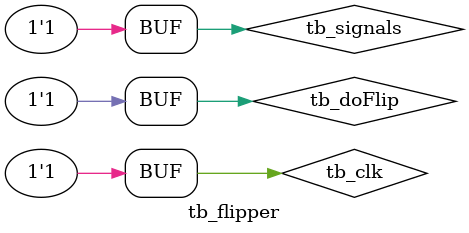
<source format=v>
module tb_flipper;

reg  tb_signals;
reg  tb_clk;
reg  tb_doFlip;
wire tb_out;

flipper flipmod (
	.signals(signals),
	.clk(clk),
	.doFlip(doFlip),
	.out(out)
);

initial begin
	tb_signals <= 1'b0;
	tb_clk <= 1'b0;
	tb_doFlip <= 1'b0;

	#10 tb_signals <= 1'b1;
	#10 tb_clk <= 1'b1;
	#10 tb_doFlip <= 1'b1;
end

endmodule
</source>
